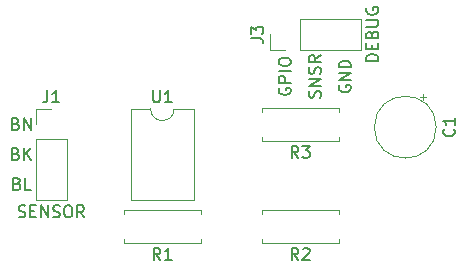
<source format=gbr>
%TF.GenerationSoftware,KiCad,Pcbnew,6.0.4-1.fc35*%
%TF.CreationDate,2022-05-01T22:12:08+02:00*%
%TF.ProjectId,raspi_water_counter,72617370-695f-4776-9174-65725f636f75,rev?*%
%TF.SameCoordinates,Original*%
%TF.FileFunction,Legend,Top*%
%TF.FilePolarity,Positive*%
%FSLAX46Y46*%
G04 Gerber Fmt 4.6, Leading zero omitted, Abs format (unit mm)*
G04 Created by KiCad (PCBNEW 6.0.4-1.fc35) date 2022-05-01 22:12:08*
%MOMM*%
%LPD*%
G01*
G04 APERTURE LIST*
%ADD10C,0.150000*%
%ADD11C,0.120000*%
G04 APERTURE END LIST*
D10*
X109275619Y-56316571D02*
X109418476Y-56364190D01*
X109466095Y-56411809D01*
X109513714Y-56507047D01*
X109513714Y-56649904D01*
X109466095Y-56745142D01*
X109418476Y-56792761D01*
X109323238Y-56840380D01*
X108942285Y-56840380D01*
X108942285Y-55840380D01*
X109275619Y-55840380D01*
X109370857Y-55888000D01*
X109418476Y-55935619D01*
X109466095Y-56030857D01*
X109466095Y-56126095D01*
X109418476Y-56221333D01*
X109370857Y-56268952D01*
X109275619Y-56316571D01*
X108942285Y-56316571D01*
X109942285Y-56840380D02*
X109942285Y-55840380D01*
X110513714Y-56840380D01*
X110513714Y-55840380D01*
X131580000Y-53324000D02*
X131532380Y-53419238D01*
X131532380Y-53562095D01*
X131580000Y-53704952D01*
X131675238Y-53800190D01*
X131770476Y-53847809D01*
X131960952Y-53895428D01*
X132103809Y-53895428D01*
X132294285Y-53847809D01*
X132389523Y-53800190D01*
X132484761Y-53704952D01*
X132532380Y-53562095D01*
X132532380Y-53466857D01*
X132484761Y-53324000D01*
X132437142Y-53276380D01*
X132103809Y-53276380D01*
X132103809Y-53466857D01*
X132532380Y-52847809D02*
X131532380Y-52847809D01*
X131532380Y-52466857D01*
X131580000Y-52371619D01*
X131627619Y-52324000D01*
X131722857Y-52276380D01*
X131865714Y-52276380D01*
X131960952Y-52324000D01*
X132008571Y-52371619D01*
X132056190Y-52466857D01*
X132056190Y-52847809D01*
X132532380Y-51847809D02*
X131532380Y-51847809D01*
X131532380Y-51181142D02*
X131532380Y-50990666D01*
X131580000Y-50895428D01*
X131675238Y-50800190D01*
X131865714Y-50752571D01*
X132199047Y-50752571D01*
X132389523Y-50800190D01*
X132484761Y-50895428D01*
X132532380Y-50990666D01*
X132532380Y-51181142D01*
X132484761Y-51276380D01*
X132389523Y-51371619D01*
X132199047Y-51419238D01*
X131865714Y-51419238D01*
X131675238Y-51371619D01*
X131580000Y-51276380D01*
X131532380Y-51181142D01*
X135024761Y-54109714D02*
X135072380Y-53966857D01*
X135072380Y-53728761D01*
X135024761Y-53633523D01*
X134977142Y-53585904D01*
X134881904Y-53538285D01*
X134786666Y-53538285D01*
X134691428Y-53585904D01*
X134643809Y-53633523D01*
X134596190Y-53728761D01*
X134548571Y-53919238D01*
X134500952Y-54014476D01*
X134453333Y-54062095D01*
X134358095Y-54109714D01*
X134262857Y-54109714D01*
X134167619Y-54062095D01*
X134120000Y-54014476D01*
X134072380Y-53919238D01*
X134072380Y-53681142D01*
X134120000Y-53538285D01*
X135072380Y-53109714D02*
X134072380Y-53109714D01*
X135072380Y-52538285D01*
X134072380Y-52538285D01*
X135024761Y-52109714D02*
X135072380Y-51966857D01*
X135072380Y-51728761D01*
X135024761Y-51633523D01*
X134977142Y-51585904D01*
X134881904Y-51538285D01*
X134786666Y-51538285D01*
X134691428Y-51585904D01*
X134643809Y-51633523D01*
X134596190Y-51728761D01*
X134548571Y-51919238D01*
X134500952Y-52014476D01*
X134453333Y-52062095D01*
X134358095Y-52109714D01*
X134262857Y-52109714D01*
X134167619Y-52062095D01*
X134120000Y-52014476D01*
X134072380Y-51919238D01*
X134072380Y-51681142D01*
X134120000Y-51538285D01*
X135072380Y-50538285D02*
X134596190Y-50871619D01*
X135072380Y-51109714D02*
X134072380Y-51109714D01*
X134072380Y-50728761D01*
X134120000Y-50633523D01*
X134167619Y-50585904D01*
X134262857Y-50538285D01*
X134405714Y-50538285D01*
X134500952Y-50585904D01*
X134548571Y-50633523D01*
X134596190Y-50728761D01*
X134596190Y-51109714D01*
X136660000Y-53085904D02*
X136612380Y-53181142D01*
X136612380Y-53324000D01*
X136660000Y-53466857D01*
X136755238Y-53562095D01*
X136850476Y-53609714D01*
X137040952Y-53657333D01*
X137183809Y-53657333D01*
X137374285Y-53609714D01*
X137469523Y-53562095D01*
X137564761Y-53466857D01*
X137612380Y-53324000D01*
X137612380Y-53228761D01*
X137564761Y-53085904D01*
X137517142Y-53038285D01*
X137183809Y-53038285D01*
X137183809Y-53228761D01*
X137612380Y-52609714D02*
X136612380Y-52609714D01*
X137612380Y-52038285D01*
X136612380Y-52038285D01*
X137612380Y-51562095D02*
X136612380Y-51562095D01*
X136612380Y-51324000D01*
X136660000Y-51181142D01*
X136755238Y-51085904D01*
X136850476Y-51038285D01*
X137040952Y-50990666D01*
X137183809Y-50990666D01*
X137374285Y-51038285D01*
X137469523Y-51085904D01*
X137564761Y-51181142D01*
X137612380Y-51324000D01*
X137612380Y-51562095D01*
X109299428Y-58856571D02*
X109442285Y-58904190D01*
X109489904Y-58951809D01*
X109537523Y-59047047D01*
X109537523Y-59189904D01*
X109489904Y-59285142D01*
X109442285Y-59332761D01*
X109347047Y-59380380D01*
X108966095Y-59380380D01*
X108966095Y-58380380D01*
X109299428Y-58380380D01*
X109394666Y-58428000D01*
X109442285Y-58475619D01*
X109489904Y-58570857D01*
X109489904Y-58666095D01*
X109442285Y-58761333D01*
X109394666Y-58808952D01*
X109299428Y-58856571D01*
X108966095Y-58856571D01*
X109966095Y-59380380D02*
X109966095Y-58380380D01*
X110537523Y-59380380D02*
X110108952Y-58808952D01*
X110537523Y-58380380D02*
X109966095Y-58951809D01*
X109394666Y-61396571D02*
X109537523Y-61444190D01*
X109585142Y-61491809D01*
X109632761Y-61587047D01*
X109632761Y-61729904D01*
X109585142Y-61825142D01*
X109537523Y-61872761D01*
X109442285Y-61920380D01*
X109061333Y-61920380D01*
X109061333Y-60920380D01*
X109394666Y-60920380D01*
X109489904Y-60968000D01*
X109537523Y-61015619D01*
X109585142Y-61110857D01*
X109585142Y-61206095D01*
X109537523Y-61301333D01*
X109489904Y-61348952D01*
X109394666Y-61396571D01*
X109061333Y-61396571D01*
X110537523Y-61920380D02*
X110061333Y-61920380D01*
X110061333Y-60920380D01*
%TO.C,J1*%
X111934666Y-53510380D02*
X111934666Y-54224666D01*
X111887047Y-54367523D01*
X111791809Y-54462761D01*
X111648952Y-54510380D01*
X111553714Y-54510380D01*
X112934666Y-54510380D02*
X112363238Y-54510380D01*
X112648952Y-54510380D02*
X112648952Y-53510380D01*
X112553714Y-53653238D01*
X112458476Y-53748476D01*
X112363238Y-53796095D01*
X109506095Y-64202761D02*
X109648952Y-64250380D01*
X109887047Y-64250380D01*
X109982285Y-64202761D01*
X110029904Y-64155142D01*
X110077523Y-64059904D01*
X110077523Y-63964666D01*
X110029904Y-63869428D01*
X109982285Y-63821809D01*
X109887047Y-63774190D01*
X109696571Y-63726571D01*
X109601333Y-63678952D01*
X109553714Y-63631333D01*
X109506095Y-63536095D01*
X109506095Y-63440857D01*
X109553714Y-63345619D01*
X109601333Y-63298000D01*
X109696571Y-63250380D01*
X109934666Y-63250380D01*
X110077523Y-63298000D01*
X110506095Y-63726571D02*
X110839428Y-63726571D01*
X110982285Y-64250380D02*
X110506095Y-64250380D01*
X110506095Y-63250380D01*
X110982285Y-63250380D01*
X111410857Y-64250380D02*
X111410857Y-63250380D01*
X111982285Y-64250380D01*
X111982285Y-63250380D01*
X112410857Y-64202761D02*
X112553714Y-64250380D01*
X112791809Y-64250380D01*
X112887047Y-64202761D01*
X112934666Y-64155142D01*
X112982285Y-64059904D01*
X112982285Y-63964666D01*
X112934666Y-63869428D01*
X112887047Y-63821809D01*
X112791809Y-63774190D01*
X112601333Y-63726571D01*
X112506095Y-63678952D01*
X112458476Y-63631333D01*
X112410857Y-63536095D01*
X112410857Y-63440857D01*
X112458476Y-63345619D01*
X112506095Y-63298000D01*
X112601333Y-63250380D01*
X112839428Y-63250380D01*
X112982285Y-63298000D01*
X113601333Y-63250380D02*
X113791809Y-63250380D01*
X113887047Y-63298000D01*
X113982285Y-63393238D01*
X114029904Y-63583714D01*
X114029904Y-63917047D01*
X113982285Y-64107523D01*
X113887047Y-64202761D01*
X113791809Y-64250380D01*
X113601333Y-64250380D01*
X113506095Y-64202761D01*
X113410857Y-64107523D01*
X113363238Y-63917047D01*
X113363238Y-63583714D01*
X113410857Y-63393238D01*
X113506095Y-63298000D01*
X113601333Y-63250380D01*
X115029904Y-64250380D02*
X114696571Y-63774190D01*
X114458476Y-64250380D02*
X114458476Y-63250380D01*
X114839428Y-63250380D01*
X114934666Y-63298000D01*
X114982285Y-63345619D01*
X115029904Y-63440857D01*
X115029904Y-63583714D01*
X114982285Y-63678952D01*
X114934666Y-63726571D01*
X114839428Y-63774190D01*
X114458476Y-63774190D01*
%TO.C,J3*%
X129202380Y-49101333D02*
X129916666Y-49101333D01*
X130059523Y-49148952D01*
X130154761Y-49244190D01*
X130202380Y-49387047D01*
X130202380Y-49482285D01*
X129202380Y-48720380D02*
X129202380Y-48101333D01*
X129583333Y-48434666D01*
X129583333Y-48291809D01*
X129630952Y-48196571D01*
X129678571Y-48148952D01*
X129773809Y-48101333D01*
X130011904Y-48101333D01*
X130107142Y-48148952D01*
X130154761Y-48196571D01*
X130202380Y-48291809D01*
X130202380Y-48577523D01*
X130154761Y-48672761D01*
X130107142Y-48720380D01*
X139942380Y-51006095D02*
X138942380Y-51006095D01*
X138942380Y-50768000D01*
X138990000Y-50625142D01*
X139085238Y-50529904D01*
X139180476Y-50482285D01*
X139370952Y-50434666D01*
X139513809Y-50434666D01*
X139704285Y-50482285D01*
X139799523Y-50529904D01*
X139894761Y-50625142D01*
X139942380Y-50768000D01*
X139942380Y-51006095D01*
X139418571Y-50006095D02*
X139418571Y-49672761D01*
X139942380Y-49529904D02*
X139942380Y-50006095D01*
X138942380Y-50006095D01*
X138942380Y-49529904D01*
X139418571Y-48768000D02*
X139466190Y-48625142D01*
X139513809Y-48577523D01*
X139609047Y-48529904D01*
X139751904Y-48529904D01*
X139847142Y-48577523D01*
X139894761Y-48625142D01*
X139942380Y-48720380D01*
X139942380Y-49101333D01*
X138942380Y-49101333D01*
X138942380Y-48768000D01*
X138990000Y-48672761D01*
X139037619Y-48625142D01*
X139132857Y-48577523D01*
X139228095Y-48577523D01*
X139323333Y-48625142D01*
X139370952Y-48672761D01*
X139418571Y-48768000D01*
X139418571Y-49101333D01*
X138942380Y-48101333D02*
X139751904Y-48101333D01*
X139847142Y-48053714D01*
X139894761Y-48006095D01*
X139942380Y-47910857D01*
X139942380Y-47720380D01*
X139894761Y-47625142D01*
X139847142Y-47577523D01*
X139751904Y-47529904D01*
X138942380Y-47529904D01*
X138990000Y-46529904D02*
X138942380Y-46625142D01*
X138942380Y-46768000D01*
X138990000Y-46910857D01*
X139085238Y-47006095D01*
X139180476Y-47053714D01*
X139370952Y-47101333D01*
X139513809Y-47101333D01*
X139704285Y-47053714D01*
X139799523Y-47006095D01*
X139894761Y-46910857D01*
X139942380Y-46768000D01*
X139942380Y-46672761D01*
X139894761Y-46529904D01*
X139847142Y-46482285D01*
X139513809Y-46482285D01*
X139513809Y-46672761D01*
%TO.C,R3*%
X133183333Y-59210380D02*
X132850000Y-58734190D01*
X132611904Y-59210380D02*
X132611904Y-58210380D01*
X132992857Y-58210380D01*
X133088095Y-58258000D01*
X133135714Y-58305619D01*
X133183333Y-58400857D01*
X133183333Y-58543714D01*
X133135714Y-58638952D01*
X133088095Y-58686571D01*
X132992857Y-58734190D01*
X132611904Y-58734190D01*
X133516666Y-58210380D02*
X134135714Y-58210380D01*
X133802380Y-58591333D01*
X133945238Y-58591333D01*
X134040476Y-58638952D01*
X134088095Y-58686571D01*
X134135714Y-58781809D01*
X134135714Y-59019904D01*
X134088095Y-59115142D01*
X134040476Y-59162761D01*
X133945238Y-59210380D01*
X133659523Y-59210380D01*
X133564285Y-59162761D01*
X133516666Y-59115142D01*
%TO.C,U1*%
X120904095Y-53510380D02*
X120904095Y-54319904D01*
X120951714Y-54415142D01*
X120999333Y-54462761D01*
X121094571Y-54510380D01*
X121285047Y-54510380D01*
X121380285Y-54462761D01*
X121427904Y-54415142D01*
X121475523Y-54319904D01*
X121475523Y-53510380D01*
X122475523Y-54510380D02*
X121904095Y-54510380D01*
X122189809Y-54510380D02*
X122189809Y-53510380D01*
X122094571Y-53653238D01*
X121999333Y-53748476D01*
X121904095Y-53796095D01*
%TO.C,R1*%
X121499333Y-67846380D02*
X121166000Y-67370190D01*
X120927904Y-67846380D02*
X120927904Y-66846380D01*
X121308857Y-66846380D01*
X121404095Y-66894000D01*
X121451714Y-66941619D01*
X121499333Y-67036857D01*
X121499333Y-67179714D01*
X121451714Y-67274952D01*
X121404095Y-67322571D01*
X121308857Y-67370190D01*
X120927904Y-67370190D01*
X122451714Y-67846380D02*
X121880285Y-67846380D01*
X122166000Y-67846380D02*
X122166000Y-66846380D01*
X122070761Y-66989238D01*
X121975523Y-67084476D01*
X121880285Y-67132095D01*
%TO.C,R2*%
X133183333Y-67846380D02*
X132850000Y-67370190D01*
X132611904Y-67846380D02*
X132611904Y-66846380D01*
X132992857Y-66846380D01*
X133088095Y-66894000D01*
X133135714Y-66941619D01*
X133183333Y-67036857D01*
X133183333Y-67179714D01*
X133135714Y-67274952D01*
X133088095Y-67322571D01*
X132992857Y-67370190D01*
X132611904Y-67370190D01*
X133564285Y-66941619D02*
X133611904Y-66894000D01*
X133707142Y-66846380D01*
X133945238Y-66846380D01*
X134040476Y-66894000D01*
X134088095Y-66941619D01*
X134135714Y-67036857D01*
X134135714Y-67132095D01*
X134088095Y-67274952D01*
X133516666Y-67846380D01*
X134135714Y-67846380D01*
%TO.C,C1*%
X146347142Y-56788666D02*
X146394761Y-56836285D01*
X146442380Y-56979142D01*
X146442380Y-57074380D01*
X146394761Y-57217238D01*
X146299523Y-57312476D01*
X146204285Y-57360095D01*
X146013809Y-57407714D01*
X145870952Y-57407714D01*
X145680476Y-57360095D01*
X145585238Y-57312476D01*
X145490000Y-57217238D01*
X145442380Y-57074380D01*
X145442380Y-56979142D01*
X145490000Y-56836285D01*
X145537619Y-56788666D01*
X146442380Y-55836285D02*
X146442380Y-56407714D01*
X146442380Y-56122000D02*
X145442380Y-56122000D01*
X145585238Y-56217238D01*
X145680476Y-56312476D01*
X145728095Y-56407714D01*
D11*
%TO.C,J1*%
X110938000Y-62798000D02*
X113598000Y-62798000D01*
X110938000Y-57658000D02*
X110938000Y-62798000D01*
X110938000Y-57658000D02*
X113598000Y-57658000D01*
X110938000Y-56388000D02*
X110938000Y-55058000D01*
X110938000Y-55058000D02*
X112268000Y-55058000D01*
X113598000Y-57658000D02*
X113598000Y-62798000D01*
%TO.C,J3*%
X130750000Y-50098000D02*
X130750000Y-48768000D01*
X138490000Y-50098000D02*
X138490000Y-47438000D01*
X133350000Y-47438000D02*
X138490000Y-47438000D01*
X132080000Y-50098000D02*
X130750000Y-50098000D01*
X133350000Y-50098000D02*
X138490000Y-50098000D01*
X133350000Y-50098000D02*
X133350000Y-47438000D01*
%TO.C,R3*%
X130080000Y-55018000D02*
X130080000Y-55348000D01*
X136620000Y-57758000D02*
X130080000Y-57758000D01*
X136620000Y-57428000D02*
X136620000Y-57758000D01*
X136620000Y-55018000D02*
X130080000Y-55018000D01*
X136620000Y-55348000D02*
X136620000Y-55018000D01*
X130080000Y-57758000D02*
X130080000Y-57428000D01*
%TO.C,U1*%
X124316000Y-62798000D02*
X124316000Y-55058000D01*
X120666000Y-55058000D02*
X119016000Y-55058000D01*
X119016000Y-55058000D02*
X119016000Y-62798000D01*
X124316000Y-55058000D02*
X122666000Y-55058000D01*
X119016000Y-62798000D02*
X124316000Y-62798000D01*
X120666000Y-55058000D02*
G75*
G03*
X122666000Y-55058000I1000000J0D01*
G01*
%TO.C,R1*%
X124936000Y-66064000D02*
X124936000Y-66394000D01*
X124936000Y-63654000D02*
X118396000Y-63654000D01*
X124936000Y-63984000D02*
X124936000Y-63654000D01*
X118396000Y-66394000D02*
X118396000Y-66064000D01*
X124936000Y-66394000D02*
X118396000Y-66394000D01*
X118396000Y-63654000D02*
X118396000Y-63984000D01*
%TO.C,R2*%
X130080000Y-66394000D02*
X130080000Y-66064000D01*
X136620000Y-63654000D02*
X130080000Y-63654000D01*
X136620000Y-63984000D02*
X136620000Y-63654000D01*
X130080000Y-63654000D02*
X130080000Y-63984000D01*
X136620000Y-66394000D02*
X130080000Y-66394000D01*
X136620000Y-66064000D02*
X136620000Y-66394000D01*
%TO.C,C1*%
X143715000Y-53817225D02*
X143715000Y-54317225D01*
X143965000Y-54067225D02*
X143465000Y-54067225D01*
X144860000Y-56622000D02*
G75*
G03*
X144860000Y-56622000I-2620000J0D01*
G01*
%TD*%
M02*

</source>
